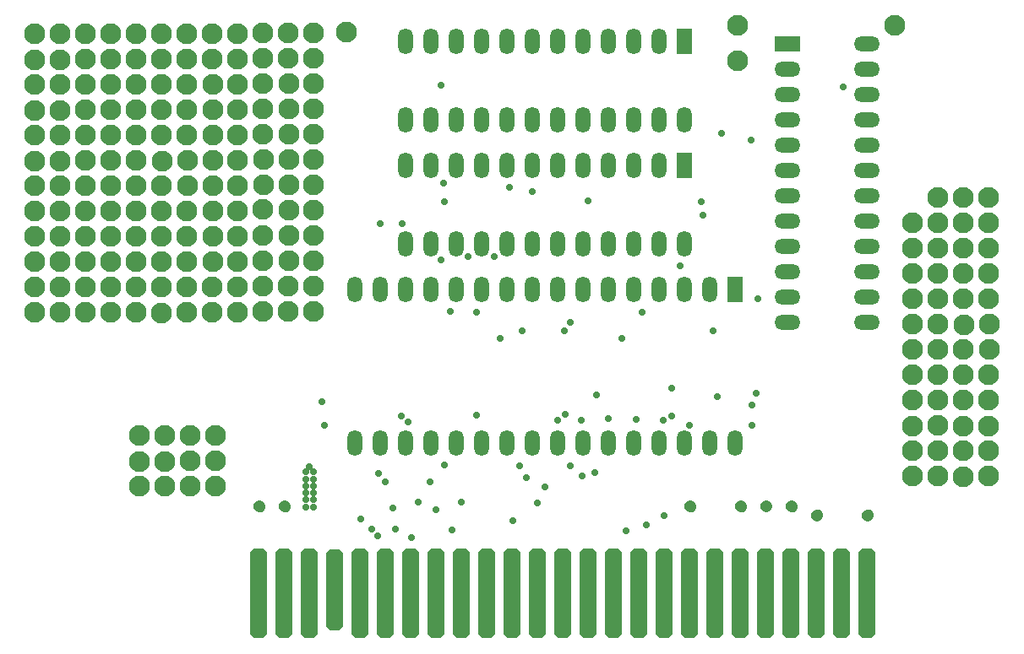
<source format=gts>
G04*
G04 #@! TF.GenerationSoftware,Altium Limited,Altium Designer,19.0.7 (175)*
G04*
G04 Layer_Color=8388736*
%FSLAX25Y25*%
%MOIN*%
G70*
G01*
G75*
%ADD11C,0.02362*%
%ADD12R,0.00787X0.00787*%
%ADD13R,0.00787X0.00787*%
G04:AMPARAMS|DCode=14|XSize=69.94mil|YSize=318.94mil|CornerRadius=0mil|HoleSize=0mil|Usage=FLASHONLY|Rotation=0.000|XOffset=0mil|YOffset=0mil|HoleType=Round|Shape=Octagon|*
%AMOCTAGOND14*
4,1,8,-0.01748,0.15947,0.01748,0.15947,0.03497,0.14198,0.03497,-0.14198,0.01748,-0.15947,-0.01748,-0.15947,-0.03497,-0.14198,-0.03497,0.14198,-0.01748,0.15947,0.0*
%
%ADD14OCTAGOND14*%

G04:AMPARAMS|DCode=15|XSize=69.94mil|YSize=353.94mil|CornerRadius=0mil|HoleSize=0mil|Usage=FLASHONLY|Rotation=0.000|XOffset=0mil|YOffset=0mil|HoleType=Round|Shape=Octagon|*
%AMOCTAGOND15*
4,1,8,-0.01748,0.17697,0.01748,0.17697,0.03497,0.15948,0.03497,-0.15948,0.01748,-0.17697,-0.01748,-0.17697,-0.03497,-0.15948,-0.03497,0.15948,-0.01748,0.17697,0.0*
%
%ADD15OCTAGOND15*%

%ADD16C,0.08268*%
%ADD17O,0.05906X0.10236*%
%ADD18R,0.05906X0.10236*%
%ADD19R,0.10236X0.05906*%
%ADD20O,0.10236X0.05906*%
%ADD21C,0.02756*%
D11*
X106850Y-196555D02*
X106406Y-195632D01*
X105406Y-195404D01*
X104605Y-196043D01*
Y-197068D01*
X105406Y-197707D01*
X106406Y-197478D01*
X106850Y-196555D01*
X96850D02*
X96406Y-195632D01*
X95407Y-195404D01*
X94605Y-196043D01*
Y-197068D01*
X95407Y-197707D01*
X96406Y-197478D01*
X96850Y-196555D01*
X266850D02*
X266406Y-195632D01*
X265406Y-195404D01*
X264605Y-196043D01*
Y-197068D01*
X265406Y-197707D01*
X266406Y-197478D01*
X266850Y-196555D01*
X336850Y-200000D02*
X336406Y-199077D01*
X335406Y-198848D01*
X334605Y-199487D01*
Y-200513D01*
X335406Y-201151D01*
X336406Y-200923D01*
X336850Y-200000D01*
X306850Y-196555D02*
X306406Y-195632D01*
X305406Y-195404D01*
X304605Y-196043D01*
Y-197068D01*
X305406Y-197707D01*
X306406Y-197478D01*
X306850Y-196555D01*
X286850D02*
X286406Y-195632D01*
X285406Y-195404D01*
X284605Y-196043D01*
Y-197068D01*
X285406Y-197707D01*
X286406Y-197478D01*
X286850Y-196555D01*
X296850Y-196457D02*
X296406Y-195533D01*
X295407Y-195305D01*
X294605Y-195944D01*
Y-196969D01*
X295407Y-197608D01*
X296406Y-197380D01*
X296850Y-196457D01*
X316850Y-200000D02*
X316406Y-199077D01*
X315406Y-198848D01*
X314605Y-199487D01*
Y-200513D01*
X315406Y-201151D01*
X316406Y-200923D01*
X316850Y-200000D01*
D12*
X107146Y-196555D02*
D03*
D13*
X95669Y-198031D02*
D03*
X265669D02*
D03*
X335669Y-198524D02*
D03*
X305669Y-198031D02*
D03*
X285669Y-195079D02*
D03*
X295669Y-194980D02*
D03*
X315669Y-201476D02*
D03*
D14*
X125669Y-229602D02*
D03*
D15*
X255669Y-231102D02*
D03*
X145669D02*
D03*
X215669D02*
D03*
X275669D02*
D03*
X205669D02*
D03*
X265669D02*
D03*
X225669D02*
D03*
X195669D02*
D03*
X175669D02*
D03*
X185669D02*
D03*
X235669D02*
D03*
X285669D02*
D03*
X155669D02*
D03*
X245669D02*
D03*
X165669D02*
D03*
X305669D02*
D03*
X295669D02*
D03*
X335669D02*
D03*
X325669D02*
D03*
X315669D02*
D03*
X135669D02*
D03*
X105669D02*
D03*
X95669D02*
D03*
X115669D02*
D03*
D16*
X373622Y-74646D02*
D03*
X383622Y-74724D02*
D03*
Y-84720D02*
D03*
X373622D02*
D03*
Y-104724D02*
D03*
X383622D02*
D03*
Y-94724D02*
D03*
X373622D02*
D03*
Y-134724D02*
D03*
X383796D02*
D03*
X383622Y-144653D02*
D03*
X373622Y-144718D02*
D03*
X373796Y-124986D02*
D03*
X383796Y-124661D02*
D03*
X383622Y-114772D02*
D03*
X373622D02*
D03*
Y-174724D02*
D03*
X383622D02*
D03*
Y-184724D02*
D03*
X373622Y-185029D02*
D03*
Y-164803D02*
D03*
X383622D02*
D03*
Y-154704D02*
D03*
X373622Y-154724D02*
D03*
X353581D02*
D03*
X363622Y-154704D02*
D03*
Y-164724D02*
D03*
X353581Y-164803D02*
D03*
Y-184724D02*
D03*
X363622D02*
D03*
Y-174724D02*
D03*
X353622D02*
D03*
Y-114724D02*
D03*
X363622D02*
D03*
Y-124724D02*
D03*
X353622D02*
D03*
Y-144718D02*
D03*
X363622Y-144724D02*
D03*
Y-134724D02*
D03*
X353622D02*
D03*
Y-94724D02*
D03*
X363622D02*
D03*
Y-104724D02*
D03*
X353622Y-104718D02*
D03*
Y-84724D02*
D03*
X363622D02*
D03*
Y-74724D02*
D03*
X284646Y-20472D02*
D03*
Y-6693D02*
D03*
X346457Y-6693D02*
D03*
X130091Y-9449D02*
D03*
X97244Y-9528D02*
D03*
X107244D02*
D03*
X117244D02*
D03*
Y-19464D02*
D03*
X107244Y-19523D02*
D03*
X97244D02*
D03*
Y-39528D02*
D03*
X107418Y-39521D02*
D03*
X117244Y-39528D02*
D03*
Y-29528D02*
D03*
X107418D02*
D03*
X97244D02*
D03*
X97418Y-69528D02*
D03*
X107418D02*
D03*
X117244D02*
D03*
Y-79528D02*
D03*
X107418Y-79521D02*
D03*
X97244Y-79456D02*
D03*
X97418Y-59464D02*
D03*
X107418Y-59528D02*
D03*
X117244D02*
D03*
Y-49528D02*
D03*
X107418D02*
D03*
X97244Y-49575D02*
D03*
Y-109528D02*
D03*
X107244D02*
D03*
X117244Y-109646D02*
D03*
Y-119528D02*
D03*
X107244D02*
D03*
X97244D02*
D03*
Y-99606D02*
D03*
X107418D02*
D03*
X117244Y-99528D02*
D03*
Y-89507D02*
D03*
X107418Y-89528D02*
D03*
X97244Y-89507D02*
D03*
X7323Y-9921D02*
D03*
X17323D02*
D03*
X27323D02*
D03*
X37323D02*
D03*
X47323D02*
D03*
Y-19921D02*
D03*
X37323D02*
D03*
X27323Y-19858D02*
D03*
X17323Y-20183D02*
D03*
X7323D02*
D03*
Y-40211D02*
D03*
X17323Y-40187D02*
D03*
X27323Y-39850D02*
D03*
X37323Y-39915D02*
D03*
X47323Y-39921D02*
D03*
Y-29921D02*
D03*
X37323D02*
D03*
X27323D02*
D03*
X17323D02*
D03*
X7323D02*
D03*
Y-69921D02*
D03*
X17323D02*
D03*
X27323D02*
D03*
X37323D02*
D03*
X47323D02*
D03*
Y-79921D02*
D03*
X37323Y-79915D02*
D03*
X27323Y-79850D02*
D03*
X17323Y-79921D02*
D03*
X7323D02*
D03*
Y-60183D02*
D03*
X17323D02*
D03*
X27323Y-59858D02*
D03*
X37323Y-59921D02*
D03*
X47323D02*
D03*
Y-49921D02*
D03*
X37323D02*
D03*
X27323D02*
D03*
X17323D02*
D03*
X7323D02*
D03*
Y-110039D02*
D03*
X17323Y-109921D02*
D03*
X27323D02*
D03*
X37323D02*
D03*
X47323D02*
D03*
Y-119921D02*
D03*
X37281D02*
D03*
X27323D02*
D03*
X17323D02*
D03*
X7323D02*
D03*
Y-100000D02*
D03*
X17323D02*
D03*
X27282Y-99921D02*
D03*
X37281Y-100000D02*
D03*
X47323Y-99921D02*
D03*
Y-89901D02*
D03*
X37281Y-89921D02*
D03*
X27323Y-89901D02*
D03*
X17323Y-89921D02*
D03*
X7323D02*
D03*
X57323D02*
D03*
X67323Y-89901D02*
D03*
X77497Y-89921D02*
D03*
X87323Y-89901D02*
D03*
Y-99921D02*
D03*
X77497Y-100000D02*
D03*
X67323D02*
D03*
X57323D02*
D03*
Y-120226D02*
D03*
X67323Y-119921D02*
D03*
X77323D02*
D03*
X87323D02*
D03*
Y-110039D02*
D03*
X77323Y-109921D02*
D03*
X67323D02*
D03*
X57323D02*
D03*
Y-49969D02*
D03*
X67323D02*
D03*
X77497Y-49921D02*
D03*
X87323D02*
D03*
Y-59921D02*
D03*
X77497D02*
D03*
X67497Y-59858D02*
D03*
X57497Y-60183D02*
D03*
X57323Y-79915D02*
D03*
X67323Y-79850D02*
D03*
X77497Y-79915D02*
D03*
X87323Y-79921D02*
D03*
Y-69921D02*
D03*
X77497D02*
D03*
X67497D02*
D03*
X57323D02*
D03*
Y-29921D02*
D03*
X67323D02*
D03*
X77497D02*
D03*
X87323D02*
D03*
Y-39921D02*
D03*
X77497Y-39915D02*
D03*
X67323Y-39921D02*
D03*
X57323D02*
D03*
Y-19917D02*
D03*
X67323D02*
D03*
X77323D02*
D03*
X87323Y-19858D02*
D03*
Y-9921D02*
D03*
X77323D02*
D03*
X67323D02*
D03*
X57323Y-9843D02*
D03*
X48487Y-168656D02*
D03*
X58486D02*
D03*
X68486D02*
D03*
X78487D02*
D03*
Y-178656D02*
D03*
X68486Y-178593D02*
D03*
X58486Y-178918D02*
D03*
X48487D02*
D03*
X78487Y-188656D02*
D03*
X68486D02*
D03*
X58486D02*
D03*
X48487D02*
D03*
D17*
X153543Y-44094D02*
D03*
X163543D02*
D03*
X173543D02*
D03*
X183543D02*
D03*
X193543D02*
D03*
X203543D02*
D03*
X213543D02*
D03*
X223543D02*
D03*
X233543D02*
D03*
X243543D02*
D03*
X253543D02*
D03*
X263543D02*
D03*
X153543Y-12992D02*
D03*
X163543D02*
D03*
X173543D02*
D03*
X183543D02*
D03*
X193543D02*
D03*
X203543D02*
D03*
X213543D02*
D03*
X223543D02*
D03*
X233543D02*
D03*
X243543D02*
D03*
X253543D02*
D03*
X153543Y-92913D02*
D03*
X163543D02*
D03*
X173543D02*
D03*
X183543D02*
D03*
X193543D02*
D03*
X203543D02*
D03*
X213543D02*
D03*
X223543D02*
D03*
X233543D02*
D03*
X243543D02*
D03*
X253543D02*
D03*
X263543D02*
D03*
X153543Y-61811D02*
D03*
X163543D02*
D03*
X173543D02*
D03*
X183543D02*
D03*
X193543D02*
D03*
X203543D02*
D03*
X213543D02*
D03*
X223543D02*
D03*
X233543D02*
D03*
X243543D02*
D03*
X253543D02*
D03*
X273543Y-111024D02*
D03*
X263543D02*
D03*
X253543D02*
D03*
X243543D02*
D03*
X233543D02*
D03*
X223543D02*
D03*
X213543D02*
D03*
X203543D02*
D03*
X193543D02*
D03*
X183543D02*
D03*
X173543D02*
D03*
X163543D02*
D03*
X153543D02*
D03*
X143543D02*
D03*
X133543D02*
D03*
X283543Y-171653D02*
D03*
X273543D02*
D03*
X263543D02*
D03*
X253543D02*
D03*
X243543D02*
D03*
X233543D02*
D03*
X223543D02*
D03*
X213543D02*
D03*
X203543D02*
D03*
X193543D02*
D03*
X183543D02*
D03*
X173543D02*
D03*
X163543D02*
D03*
X153543D02*
D03*
X143543D02*
D03*
X133543D02*
D03*
D18*
X263543Y-12992D02*
D03*
Y-61811D02*
D03*
X283543Y-111024D02*
D03*
D19*
X304331Y-14095D02*
D03*
D20*
Y-24094D02*
D03*
Y-34095D02*
D03*
Y-44094D02*
D03*
Y-54094D02*
D03*
Y-64095D02*
D03*
Y-74094D02*
D03*
Y-84095D02*
D03*
Y-94095D02*
D03*
Y-104095D02*
D03*
Y-114094D02*
D03*
Y-124094D02*
D03*
X335433Y-14095D02*
D03*
Y-24094D02*
D03*
Y-34095D02*
D03*
Y-44094D02*
D03*
Y-54094D02*
D03*
Y-64095D02*
D03*
Y-74094D02*
D03*
Y-84095D02*
D03*
Y-94095D02*
D03*
Y-104095D02*
D03*
Y-114094D02*
D03*
Y-124094D02*
D03*
D21*
X276696Y-153205D02*
D03*
X258661Y-150000D02*
D03*
X228740Y-152756D02*
D03*
X326252Y-30834D02*
D03*
X274902Y-127166D02*
D03*
X261856Y-101575D02*
D03*
X167717Y-30315D02*
D03*
X168506Y-68939D02*
D03*
X194674Y-70472D02*
D03*
X290249Y-164559D02*
D03*
X292520Y-114724D02*
D03*
X290158Y-156693D02*
D03*
X291779Y-151969D02*
D03*
X258661Y-161024D02*
D03*
X151969D02*
D03*
X278346Y-49213D02*
D03*
X289764Y-51968D02*
D03*
X203543Y-72441D02*
D03*
X225590Y-75984D02*
D03*
X152362Y-85039D02*
D03*
X143543D02*
D03*
X265417Y-164567D02*
D03*
X270168Y-76144D02*
D03*
X270962Y-81496D02*
D03*
X121653Y-164559D02*
D03*
X120472Y-155317D02*
D03*
X244488Y-162205D02*
D03*
X246850Y-120079D02*
D03*
X190945Y-130315D02*
D03*
X171260Y-119685D02*
D03*
X181496Y-120079D02*
D03*
X238976Y-130315D02*
D03*
X168898Y-76378D02*
D03*
X154724Y-163386D02*
D03*
X199606Y-127166D02*
D03*
X216141D02*
D03*
X216535Y-160236D02*
D03*
X114136Y-196850D02*
D03*
X208661Y-188976D02*
D03*
X117323Y-185827D02*
D03*
X201181Y-185433D02*
D03*
X115669Y-181102D02*
D03*
X135827Y-201575D02*
D03*
X205669Y-195433D02*
D03*
X223228Y-184646D02*
D03*
X218504Y-180709D02*
D03*
X114136Y-183071D02*
D03*
X196063Y-202362D02*
D03*
X117323Y-188583D02*
D03*
X222835Y-162598D02*
D03*
X240551Y-206299D02*
D03*
X248425Y-203937D02*
D03*
X114136Y-185827D02*
D03*
X145669Y-187008D02*
D03*
X155905Y-209055D02*
D03*
X255512Y-200394D02*
D03*
X114136Y-188583D02*
D03*
X181496Y-160630D02*
D03*
X142520Y-208268D02*
D03*
X175669Y-194961D02*
D03*
X149606Y-205512D02*
D03*
X117323Y-183071D02*
D03*
X114136Y-191339D02*
D03*
X172047Y-205906D02*
D03*
X117323Y-191339D02*
D03*
Y-196850D02*
D03*
X255118Y-162598D02*
D03*
X114136Y-194095D02*
D03*
X117323D02*
D03*
X165669Y-198110D02*
D03*
X140157Y-205512D02*
D03*
X142913Y-183465D02*
D03*
X218504Y-124016D02*
D03*
X167618Y-99213D02*
D03*
X188583Y-98032D02*
D03*
X178347D02*
D03*
X163386Y-187008D02*
D03*
X158661Y-194882D02*
D03*
X168898Y-180315D02*
D03*
X148425Y-197244D02*
D03*
X233543Y-161811D02*
D03*
X213543Y-162598D02*
D03*
X228346Y-183446D02*
D03*
X198425Y-180709D02*
D03*
M02*

</source>
